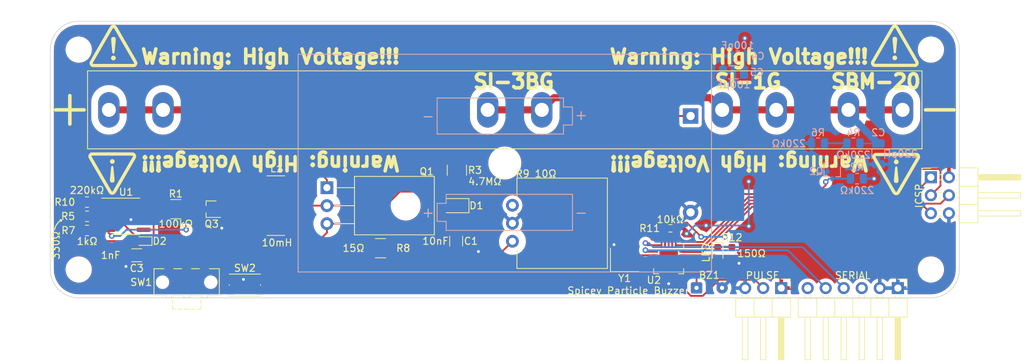
<source format=kicad_pcb>
(kicad_pcb (version 20211014) (generator pcbnew)
  (layers (0 "F.Cu" signal) (31 "B.Cu" signal) (34 "B.Paste" user) (35 "F.Paste" user) (36 "B.SilkS" user "B.Silkscreen") (37 "F.SilkS" user "F.Silkscreen") (38 "B.Mask" user) (39 "F.Mask" user) (44 "Edge.Cuts" user))
  (net 0 "")
  (net 1 "GND")
  (net 2 "Net-(C3-Pad1)")
  (net 3 "VCC")
  (net 4 "Net-(D2-Pad2)")
  (net 5 "Net-(D3-Pad1)")
  (net 6 "/PD6")
  (net 8 "/PD0")
  (net 9 "/PD1")
  (net 11 "/PB6")
  (net 12 "/PB7")
  (net 13 "/PB5")
  (net 14 "/~{RESET}")
  (net 15 "Net-(Q1-Pad1)")
  (net 16 "Net-(Q3-Pad3)")
  (net 17 "Net-(R5-Pad1)")
  (net 18 "Net-(SW2-Pad1)")
  (net 20 "/GM_PULSE")
  (net 27 "/BAT")
  (net 28 "/PIEZO")
  (net 29 "/GM_CATH")
  (net 30 "/GM-")
  (net 31 "/HV_COLLECTOR")
  (net 32 "/LED")
  (net 33 "/HV_EMMITTER")
  (net 34 "/PULSE_BASE")
  (net 35 "/GM+")
  (net 36 "/HV_R")
  (net 37 "/X2")
  (net 38 "/X1")
  (footprint "Resistor_SMD:R_1210_3225Metric" (layer "F.Cu") (at 93.668683 51.5)
    (fp_text reference "R1" (at 0 -2.16725 180) (layer "F.SilkS"))
    (fp_text value "100kΩ" (at 0 2.08275 180) (layer "F.SilkS"))
    (pad "1" smd roundrect (at -1.4625 0) (size 1.125 2.65) (layers "F.Cu" "F.Paste" "F.Mask") (roundrect_rratio 0.222222) (net 3 "VCC"))
    (pad "2" smd roundrect (at 1.4625 0) (size 1.125 2.65) (layers "F.Cu" "F.Paste" "F.Mask") (roundrect_rratio 0.222222) (net 16 "Net-(Q3-Pad3)"))
  )
  (footprint "MountingHole:MountingHole_2.7mm_M2.5" (layer "F.Cu") (at 200 60)
    (fp_text reference "H4" hide)
    (fp_text value "MountingHole" hide)
    (pad "" np_thru_hole circle (at 0 0) (size 2.7 2.7) (drill 2.7) (layers *.Cu *.Mask))
  )
  (footprint "Capacitor_SMD:C_1206_3216Metric" (layer "F.Cu") (at 88.168683 58 180)
    (fp_text reference "C3" (at 0 -1.83275 180) (layer "F.SilkS"))
    (fp_text value "1nF" (at 3.67575 0 180) (layer "F.SilkS"))
    (pad "1" smd roundrect (at -1.475 0 180) (size 1.15 1.8) (layers "F.Cu" "F.Paste" "F.Mask") (roundrect_rratio 0.217391) (net 2 "Net-(C3-Pad1)"))
    (pad "2" smd roundrect (at 1.475 0 180) (size 1.15 1.8) (layers "F.Cu" "F.Paste" "F.Mask") (roundrect_rratio 0.217391) (net 1 "GND"))
  )
  (footprint "Diode_SMD:D_SOD-523" (layer "F.Cu") (at 89.168683 56 180)
    (fp_text reference "D2" (at -2.22425 0 180) (layer "F.SilkS"))
    (fp_text value "1N4148WT" hide)
    (pad "1" smd rect (at -0.7 0) (size 0.6 0.7) (layers "F.Cu" "F.Paste" "F.Mask") (net 2 "Net-(C3-Pad1)"))
    (pad "2" smd rect (at 0.7 0) (size 0.6 0.7) (layers "F.Cu" "F.Paste" "F.Mask") (net 4 "Net-(D2-Pad2)"))
  )
  (footprint "MountingHole:MountingHole_2.7mm_M2.5" (layer "F.Cu") (at 200 29)
    (fp_text reference "H3" hide)
    (fp_text value "MountingHole" hide)
    (pad "" np_thru_hole circle (at 0 0) (size 2.7 2.7) (drill 2.7) (layers *.Cu *.Mask))
  )
  (footprint "Resistor_SMD:R_0603_1608Metric" (layer "F.Cu") (at 171.98125 57.625 -90)
    (fp_text reference "R12" (at -2.125 -0.01875 180) (layer "F.SilkS"))
    (fp_text value "150Ω" (at 0.125 -2.76875) (layer "F.SilkS"))
    (pad "1" smd roundrect (at -0.825 0 270) (size 0.8 0.95) (layers "F.Cu" "F.Paste" "F.Mask") (net 5 "Net-(D3-Pad1)"))
    (pad "2" smd roundrect (at 0.825 0 270) (size 0.8 0.95) (layers "F.Cu" "F.Paste" "F.Mask") (net 1 "GND"))
  )
  (footprint "Connector_Wire:SolderWire-0.1sqmm_1x02_P3.6mm_D0.4mm_OD1mm" (layer "F.Cu") (at 167 62.6)
    (fp_text reference "BZ1" (at 1.8 -1.8) (layer "F.SilkS"))
    (fp_text value "Spicey Particle Buzzer" (at -9.6 0.4) (layer "F.SilkS"))
    (pad "1" thru_hole roundrect (at 0 0) (size 1.6 1.6) (drill 0.6) (layers *.Cu *.Mask) (roundrect_rratio 0.15625) (net 28 "/PIEZO"))
    (pad "2" thru_hole circle (at 3.6 0) (size 1.6 1.6) (drill 0.6) (layers *.Cu *.Mask) (net 1 "GND"))
  )
  (footprint "Resistor_SMD:R_0603_1608Metric" (layer "F.Cu") (at 163.325 54.2 180)
    (fp_text reference "R11" (at 2.925 0) (layer "F.SilkS"))
    (fp_text value "10kΩ" (at 0 1.25) (layer "F.SilkS"))
    (pad "1" smd roundrect (at -0.825 0 180) (size 0.8 0.95) (layers "F.Cu" "F.Paste" "F.Mask") (net 3 "VCC"))
    (pad "2" smd roundrect (at 0.825 0 180) (size 0.8 0.95) (layers "F.Cu" "F.Paste" "F.Mask") (net 14 "/~{RESET}"))
  )
  (footprint "Package_TO_SOT_SMD:SOT-323_SC-70" (layer "F.Cu") (at 98.668683 51.5 180)
    (fp_text reference "Q3" (at -0.05 -2.08275 180) (layer "F.SilkS"))
    (fp_text value "BC816-16WF" hide)
    (pad "1" smd rect (at -1 -0.65 90) (size 0.45 0.7) (layers "F.Cu" "F.Paste" "F.Mask") (net 1 "GND") (clearance -1))
    (pad "2" smd rect (at -1 0.65 90) (size 0.45 0.7) (layers "F.Cu" "F.Paste" "F.Mask") (net 33 "/HV_EMMITTER"))
    (pad "3" smd rect (at 1 0 90) (size 0.45 0.7) (layers "F.Cu" "F.Paste" "F.Mask") (net 16 "Net-(Q3-Pad3)"))
  )
  (footprint "Button_Switch_SMD:SW_SPDT_CK-JS102011SAQN" (layer "F.Cu") (at 95.2 61.8)
    (fp_text reference "SW1" (at -6.4 0) (layer "F.SilkS"))
    (fp_text value "SW_Push_SPDT" hide)
    (pad "" np_thru_hole circle (at 3.4 0) (size 0.9 0.9) (drill 0.9) (layers *.Cu *.Mask))
    (pad "" np_thru_hole circle (at -3.4 0) (size 0.9 0.9) (drill 0.9) (layers *.Cu *.Mask))
    (pad "1" smd rect (at -2.5 -2.75) (size 1.25 2.5) (layers "F.Cu" "F.Paste" "F.Mask"))
    (pad "2" smd rect (at 0 -2.75) (size 1.25 2.5) (layers "F.Cu" "F.Paste" "F.Mask") (net 27 "/BAT"))
    (pad "3" smd rect (at 2.5 -2.75) (size 1.25 2.5) (layers "F.Cu" "F.Paste" "F.Mask") (net 3 "VCC"))
  )
  (footprint "Inductor_SMD:L_Bourns-SRN8040_8x8.15mm" (layer "F.Cu") (at 107.75 51)
    (fp_text reference "L1" (at 0.09 -5.23) (layer "F.SilkS"))
    (fp_text value "10mH" (at 0.17 5.23) (layer "F.SilkS"))
    (pad "1" smd rect (at -2.8 0) (size 2.6 8.2) (layers "F.Cu" "F.Paste" "F.Mask") (net 3 "VCC"))
    (pad "2" smd rect (at 2.8 0) (size 2.6 8.2) (layers "F.Cu" "F.Paste" "F.Mask") (net 31 "/HV_COLLECTOR"))
  )
  (footprint "Library:Geiger–Müller_tube" (layer "F.Cu") (at 118.25 37.492594 180)
    (fp_text reference "V1" hide)
    (fp_text value "Nuclear-Radiation_Detector" hide)
    (fp_text user "Warning: High Voltage!!!" (at -54.75 -7.507406 180 unlocked) (layer "F.SilkS") (effects (font (size 2 2) (thickness 0.5))))
    (fp_text user "Warning: High Voltage!!!" (at -54.75 7.492594 unlocked) (layer "F.SilkS") (effects (font (size 2 2) (thickness 0.5))))
    (fp_text user "SBM-20" (at -74 4 unlocked) (layer "F.SilkS") (effects (font (size 2 2) (thickness 0.5))))
    (fp_text user "Warning: High Voltage!!!" (at 11.25 7.492594 unlocked) (layer "F.SilkS") (effects (font (size 2 2) (thickness 0.5))))
    (fp_text user "Warning: High Voltage!!!" (at 11.25 -7.507406 180 unlocked) (layer "F.SilkS") (effects (font (size 2 2) (thickness 0.5))))
    (fp_text user "SI-3BG" (at -23 4 unlocked) (layer "F.SilkS") (effects (font (size 2 2) (thickness 0.5))))
    (fp_text user "SI-1G" (at -56 4 unlocked) (layer "F.SilkS") (effects (font (size 2 2) (thickness 0.5))))
    (pad "1" thru_hole oval (at 26.38 0 180) (size 3 5) (drill 1.98) (layers *.Cu *.Mask) (net 35 "/GM+"))
    (pad "1" thru_hole oval (at 34 0 180) (size 3 5) (drill 1.98) (layers *.Cu *.Mask) (net 35 "/GM+"))
    (pad "2" thru_hole oval (at -26.96 0 180) (size 3 5) (drill 1.98) (layers *.Cu *.Mask) (net 30 "/GM-"))
    (pad "2" thru_hole oval (at -59.98 0 180) (size 3 5) (drill 1.98) (layers *.Cu *.Mask) (net 30 "/GM-"))
    (pad "2" thru_hole oval (at -19.34 0 180) (size 3 5) (drill 1.98) (layers *.Cu *.Mask) (net 30 "/GM-"))
    (pad "2" thru_hole oval (at -52.36 0 180) (size 3 5) (drill 1.98) (layers *.Cu *.Mask) (net 30 "/GM-"))
    (pad "2" thru_hole oval (at -77.76 0 180) (size 3 5) (drill 1.98) (layers *.Cu *.Mask) (net 30 "/GM-"))
    (pad "2" thru_hole oval (at -70.14 0 180) (size 3 5) (drill 1.98) (layers *.Cu *.Mask) (net 30 "/GM-"))
  )
  (footprint "Resistor_SMD:R_1210_3225Metric" (layer "F.Cu") (at 133.25 46 90)
    (fp_text reference "R3" (at 0 2.55 180) (layer "F.SilkS"))
    (fp_text value "4.7MΩ" (at -1.6 3.95 180) (layer "F.SilkS"))
    (pad "1" smd roundrect (at -1.4625 0 90) (size 1.125 2.65) (layers "F.Cu" "F.Paste" "F.Mask") (roundrect_rratio 0.222222) (net 29 "/GM_CATH"))
    (pad "2" smd roundrect (at 1.4625 0 90) (size 1.125 2.65) (layers "F.Cu" "F.Paste" "F.Mask") (roundrect_rratio 0.222222) (net 35 "/GM+"))
  )
  (footprint "LED_SMD:LED_0603_1608Metric" (layer "F.Cu") (at 169.98125 57.625 -90)
    (fp_text reference "D3" hide)
    (fp_text value "LED" (at 0 1.65 90) (layer "F.SilkS"))
    (pad "1" smd roundrect (at -0.7875 0 270) (size 0.875 0.95) (layers "F.Cu" "F.Paste" "F.Mask") (net 5 "Net-(D3-Pad1)"))
    (pad "2" smd roundrect (at 0.7875 0 270) (size 0.875 0.95) (layers "F.Cu" "F.Paste" "F.Mask") (net 32 "/LED"))
  )
  (footprint "Resistor_SMD:R_0805_2012Metric" (layer "F.Cu") (at 81.168683 52.5 180)
    (fp_text reference "R5" (at 2.668683 0 180) (layer "F.SilkS"))
    (fp_text value "330Ω" (at 4.368683 -4.1 270) (layer "F.SilkS"))
    (pad "1" smd roundrect (at -0.9125 0 180) (size 1.025 1.4) (layers "F.Cu" "F.Paste" "F.Mask") (roundrect_rratio 0.243902) (net 17 "Net-(R5-Pad1)"))
    (pad "2" smd roundrect (at 0.9125 0 180) (size 1.025 1.4) (layers "F.Cu" "F.Paste" "F.Mask") (roundrect_rratio 0.243902) (net 15 "Net-(Q1-Pad1)"))
  )
  (footprint "Crystal:Crystal_SMD_3225-4Pin_3.2x2.5mm" (layer "F.Cu") (at 156.875 58.65)
    (fp_text reference "Y1" (at 0 2.6) (layer "F.SilkS"))
    (fp_text value "ECS-80-12-33-JGN" hide)
    (pad "1" smd rect (at -1.1 0.85) (size 1.4 1.2) (layers "F.Cu" "F.Paste" "F.Mask") (net 38 "/X1"))
    (pad "2" smd rect (at 1.1 0.85) (size 1.4 1.2) (layers "F.Cu" "F.Paste" "F.Mask") (net 1 "GND"))
    (pad "3" smd rect (at 1.1 -0.85) (size 1.4 1.2) (layers "F.Cu" "F.Paste" "F.Mask") (net 37 "/X2"))
    (pad "4" smd rect (at -1.1 -0.85) (size 1.4 1.2) (layers "F.Cu" "F.Paste" "F.Mask") (net 1 "GND"))
  )
  (footprint "Package_DFN_QFN:MLF-20-1EP_4x4mm_P0.5mm_EP2.6x2.6mm" (layer "F.Cu") (at 163.075 58.5)
    (fp_text reference "U2" (at -2.075 3) (layer "F.SilkS"))
    (fp_text value "ATtiny2313-20M" hide)
    (pad "1" smd roundrect (at -1.925 -1) (size 0.85 0.25) (layers "F.Cu" "F.Paste" "F.Mask") (net 9 "/PD1"))
    (pad "2" smd roundrect (at -1.925 -0.5) (size 0.85 0.25) (layers "F.Cu" "F.Paste" "F.Mask") (net 37 "/X2"))
    (pad "3" smd roundrect (at -1.925 0) (size 0.85 0.25) (layers "F.Cu" "F.Paste" "F.Mask") (net 38 "/X1"))
    (pad "4" smd roundrect (at -1.925 0.5) (size 0.85 0.25) (layers "F.Cu" "F.Paste" "F.Mask") (net 20 "/GM_PULSE"))
    (pad "5" smd roundrect (at -1.925 1) (size 0.85 0.25) (layers "F.Cu" "F.Paste" "F.Mask") (net 18 "Net-(SW2-Pad1)"))
    (pad "6" smd roundrect (at -1 1.925) (size 0.25 0.85) (layers "F.Cu" "F.Paste" "F.Mask"))
    (pad "7" smd roundrect (at -0.5 1.925) (size 0.25 0.85) (layers "F.Cu" "F.Paste" "F.Mask"))
    (pad "8" smd roundrect (at 0 1.925) (size 0.25 0.85) (layers "F.Cu" "F.Paste" "F.Mask") (net 1 "GND"))
    (pad "9" smd roundrect (at 0.5 1.925) (size 0.25 0.85) (layers "F.Cu" "F.Paste" "F.Mask") (net 6 "/PD6"))
    (pad "10" smd roundrect (at 1 1.925) (size 0.25 0.85) (layers "F.Cu" "F.Paste" "F.Mask"))
    (pad "11" smd roundrect (at 1.925 1) (size 0.85 0.25) (layers "F.Cu" "F.Paste" "F.Mask"))
    (pad "12" smd roundrect (at 1.925 0.5) (size 0.85 0.25) (layers "F.Cu" "F.Paste" "F.Mask") (net 28 "/PIEZO"))
    (pad "13" smd roundrect (at 1.925 0) (size 0.85 0.25) (layers "F.Cu" "F.Paste" "F.Mask"))
    (pad "14" smd roundrect (at 1.925 -0.5) (size 0.85 0.25) (layers "F.Cu" "F.Paste" "F.Mask") (net 32 "/LED"))
    (pad "15" smd roundrect (at 1.925 -1) (size 0.85 0.25) (layers "F.Cu" "F.Paste" "F.Mask") (net 13 "/PB5"))
    (pad "16" smd roundrect (at 1 -1.925) (size 0.25 0.85) (layers "F.Cu" "F.Paste" "F.Mask") (net 11 "/PB6"))
    (pad "17" smd roundrect (at 0.5 -1.925) (size 0.25 0.85) (layers "F.Cu" "F.Paste" "F.Mask") (net 12 "/PB7"))
    (pad "18" smd roundrect (at 0 -1.925) (size 0.25 0.85) (layers "F.Cu" "F.Paste" "F.Mask") (net 3 "VCC"))
    (pad "19" smd roundrect (at -0.5 -1.925) (size 0.25 0.85) (layers "F.Cu" "F.Paste" "F.Mask") (net 14 "/~{RESET}"))
    (pad "20" smd roundrect (at -1 -1.925) (size 0.25 0.85) (layers "F.Cu" "F.Paste" "F.Mask") (net 8 "/PD0"))
    (pad "21" smd rect (at 0 0) (size 2.6 2.6) (layers "F.Cu" "F.Mask") (net 1 "GND"))
  )
  (footprint "MountingHole:MountingHole_2.7mm_M2.5" (layer "F.Cu") (at 80 60)
    (fp_text reference "H2" hide)
    (fp_text value "MountingHole" hide)
    (pad "" np_thru_hole circle (at 0 0) (size 2.7 2.7) (drill 2.7) (layers *.Cu *.Mask))
  )
  (footprint "Resistor_SMD:R_0805_2012Metric" (layer "F.Cu") (at 81.168683 50.5 180)
    (fp_text reference "R10" (at 3.12575 0 180) (layer "F.SilkS"))
    (fp_text value "220kΩ" (at 0 1.66725 180) (layer "F.SilkS"))
    (pad "1" smd roundrect (at -0.9125 0 180) (size 1.025 1.4) (layers "F.Cu" "F.Paste" "F.Mask") (roundrect_rratio 0.243902) (net 2 "Net-(C3-Pad1)"))
    (pad "2" smd roundrect (at 0.9125 0 180) (size 1.025 1.4) (layers "F.Cu" "F.Paste" "F.Mask") (roundrect_rratio 0.243902) (net 1 "GND"))
  )
  (footprint "Library:D_DO-219AD" (layer "F.Cu") (at 133 51 180)
    (fp_text reference "D1" (at -3 0) (layer "F.SilkS"))
    (fp_text value "MSQ1PJHM3/H" hide)
    (pad "1" smd rect (at -0.85 0) (size 2 1.1) (layers "F.Cu" "F.Paste" "F.Mask") (net 29 "/GM_CATH"))
    (pad "2" smd rect (at 1.05 0) (size 0.8 0.8) (layers "F.Cu" "F.Paste" "F.Mask") (net 31 "/HV_COLLECTOR"))
  )
  (footprint "Potentiometer_THT:Potentiometer_Vishay_148-149_Single_Vertical" (layer "F.Cu") (at 141.075 56.025)
    (fp_text reference "R9" (at 1.425 -9.525 180) (layer "F.SilkS"))
    (fp_text value "10Ω" (at 4.675 -9.525 180) (layer "F.SilkS"))
    (pad "1" thru_hole circle (at 0 0) (size 1.8 1.8) (drill 1) (layers *.Cu *.Mask) (net 36 "/HV_R"))
    (pad "2" thru_hole circle (at 0 -2.54) (size 1.8 1.8) (drill 1) (layers *.Cu *.Mask) (net 1 "GND"))
    (pad "3" thru_hole circle (at 0 -5.08) (size 1.8 1.8) (drill 1) (layers *.Cu *.Mask))
  )
  (footprint "Connector_PinHeader_2.54mm:PinHeader_1x03_P2.54mm_Horizontal" (layer "F.Cu") (at 178.925 62.625 -90)
    (fp_text reference "PULSE" (at -1.775 2.625) (layer "F.SilkS"))
    (fp_text value "Conn_01x03" hide)
    (pad "1" thru_hole rect (at 0 0 270) (size 1.7 1.7) (drill 1) (layers *.Cu *.Mask) (net 3 "VCC"))
    (pad "2" thru_hole oval (at 0 2.54 270) (size 1.7 1.7) (drill 1) (layers *.Cu *.Mask) (net 6 "/PD6"))
    (pad "3" thru_hole oval (at 0 5.08 270) (size 1.7 1.7) (drill 1) (layers *.Cu *.Mask) (net 1 "GND"))
  )
  (footprint "Connector_PinHeader_2.54mm:PinHeader_2x03_P2.54mm_Horizontal" (layer "F.Cu") (at 200 47)
    (fp_text reference "ICSP" (at -1.65 2.625 90) (layer "F.SilkS"))
    (fp_text value "Conn_02x03_Odd_Even" hide)
    (pad "1" thru_hole rect (at 0 0) (size 1.7 1.7) (drill 1) (layers *.Cu *.Mask) (net 11 "/PB6"))
    (pad "2" thru_hole oval (at 2.54 0) (size 1.7 1.7) (drill 1) (layers *.Cu *.Mask) (net 3 "VCC"))
    (pad "3" thru_hole oval (at 0 2.54) (size 1.7 1.7) (drill 1) (layers *.Cu *.Mask) (net 12 "/PB7"))
    (pad "4" thru_hole oval (at 2.54 2.54) (size 1.7 1.7) (drill 1) (layers *.Cu *.Mask) (net 13 "/PB5"))
    (pad "5" thru_hole oval (at 0 5.08) (size 1.7 1.7) (drill 1) (layers *.Cu *.Mask) (net 14 "/~{RESET}"))
    (pad "6" thru_hole oval (at 2.54 5.08) (size 1.7 1.7) (drill 1) (layers *.Cu *.Mask) (net 1 "GND"))
  )
  (footprint "Connector_PinHeader_2.54mm:PinHeader_1x06_P2.54mm_Horizontal" (layer "F.Cu") (at 195.35 62.625 -90)
    (fp_text reference "SERIAL" (at -1.775 6.35) (layer "F.SilkS"))
    (fp_text value "Conn_01x06" hide)
    (pad "1" thru_hole rect (at 0 0 270) (size 1.7 1.7) (drill 1) (layers *.Cu *.Mask) (net 1 "GND"))
    (pad "2" thru_hole oval (at 0 2.54 270) (size 1.7 1.7) (drill 1) (layers *.Cu *.Mask) (net 1 "GND"))
    (pad "3" thru_hole oval (at 0 5.08 270) (size 1.7 1.7) (drill 1) (layers *.Cu *.Mask))
    (pad "4" thru_hole oval (at 0 7.62 270) (size 1.7 1.7) (drill 1) (layers *.Cu *.Mask) (net 8 "/PD0"))
    (pad "5" thru_hole oval (at 0 10.16 270) (size 1.7 1.7) (drill 1) (layers *.Cu *.Mask) (net 9 "/PD1"))
    (pad "6" thru_hole oval (at 0 12.7 270) (size 1.7 1.7) (drill 1) (layers *.Cu *.Mask))
  )
  (footprint "MountingHole:MountingHole_2.7mm_M2.5" (layer "F.Cu") (at 80 29)
    (fp_text reference "H1" hide)
    (fp_text value "MountingHole" hide)
    (pad "" np_thru_hole circle (at 0 0) (size 2.7 2.7) (drill 2.7) (layers *.Cu *.Mask))
  )
  (footprint "Capacitor_SMD:C_1206_3216Metric" (layer "F.Cu") (at 133.15 56 -90)
    (fp_text reference "C1" (at 0 -2.0825 180) (layer "F.SilkS"))
    (fp_text value "10nF" (at 0 2.9175 180) (layer "F.SilkS"))
    (pad "1" smd roundrect (at -1.475 0 270) (size 1.15 1.8) (layers "F.Cu" "F.Paste" "F.Mask") (roundrect_rratio 0.217391) (net 29 "/GM_CATH"))
    (pad "2" smd roundrect (at 1.475 0 270) (size 1.15 1.8) (layers "F.Cu" "F.Paste" "F.Mask") (roundrect_rratio 0.217391) (net 1 "GND"))
  )
  (footprint "Resistor_SMD:R_0805_2012Metric" (layer "F.Cu") (at 81.168683 54.5)
    (fp_text reference "R7" (at -2.62575 0 180) (layer "F.SilkS"))
    (fp_text value "1kΩ" (at 0.02425 1.53275 180) (layer "F.SilkS"))
    (pad "1" smd roundrect (at -0.9125 0) (size 1.025 1.4) (layers "F.Cu" "F.Paste" "F.Mask") (roundrect_rratio 0.243902) (net 17 "Net-(R5-Pad1)"))
    (pad "2" smd roundrect (at 0.9125 0) (size 1.025 1.4) (layers "F.Cu" "F.Paste" "F.Mask") (roundrect_rratio 0.243902) (net 4 "Net-(D2-Pad2)"))
  )
  (footprint "Package_TO_SOT_THT:TO-126-3_Horizontal_TabDown" (layer "F.Cu") (at 114.95 48.46 -90)
    (fp_text reference "Q1" (at -2.26 -14.05 180) (layer "F.SilkS"))
    (fp_text value "KSE13003H2ASTU" hide)
    (pad "" np_thru_hole oval (at 2.54 -11.1 270) (size 3.2 3.2) (drill 3.2) (layers *.Cu *.Mask))
    (pad "1" thru_hole rect (at 0 0 270) (size 1.8 1.8) (drill 1) (layers *.Cu *.Mask) (net 15 "Net-(Q1-Pad1)"))
    (pad "2" thru_hole oval (at 2.54 0 270) (size 1.8 1.8) (drill 1) (layers *.Cu *.Mask) (net 31 "/HV_COLLECTOR"))
    (pad "3" thru_hole oval (at 5.08 0 270) (size 1.8 1.8) (drill 1) (layers *.Cu *.Mask) (net 33 "/HV_EMMITTER"))
  )
  (footprint "Button_Switch_SMD:SW_Push_1P1T_NO_CK_KMR2" (layer "F.Cu") (at 103.4 62.2 180)
    (fp_text reference "SW2" (at 0 2.4 180) (layer "F.SilkS"))
    (fp_text value "SW_Push" hide)
    (pad "1" smd rect (at -2.05 -0.8 180) (size 0.9 1) (layers "F.Cu" "F.Paste" "F.Mask") (net 18 "Net-(SW2-Pad1)"))
    (pad "1" smd rect (at 2.05 -0.8 180) (size 0.9 1) (layers "F.Cu" "F.Paste" "F.Mask") (net 18 "Net-(SW2-Pad1)"))
    (pad "2" smd rect (at -2.05 0.8 180) (size 0.9 1) (layers "F.Cu" "F.Paste" "F.Mask") (net 1 "GND"))
    (pad "2" smd rect (at 2.05 0.8 180) (size 0.9 1) (layers "F.Cu" "F.Paste" "F.Mask") (net 1 "GND"))
  )
  (footprint "Resistor_SMD:R_1210_3225Metric" (layer "F.Cu") (at 122.5 57)
    (fp_text reference "R8" (at 3.2 0) (layer "F.SilkS"))
    (fp_text value "15Ω" (at -3.8 0) (layer "F.SilkS"))
    (pad "1" smd roundrect (at -1.4625 0) (size 1.125 2.65) (layers "F.Cu" "F.Paste" "F.Mask") (roundrect_rratio 0.222222) (net 33 "/HV_EMMITTER"))
    (pad "2" smd roundrect (at 1.4625 0) (size 1.125 2.65) (layers "F.Cu" "F.Paste" "F.Mask") (roundrect_rratio 0.222222) (net 36 "/HV_R"))
  )
  (footprint "Package_SO:SOIC-8_3.9x4.9mm_P1.27mm" (layer "F.Cu") (at 86.668683 52.5)
    (fp_text reference "U1" (at 0 -3.41725 180) (layer "F.SilkS"))
    (fp_text value "TLC555xD" hide)
    (pad "1" smd roundrect (at -2.475 -1.905) (size 1.95 0.6) (layers "F.Cu" "F.Paste" "F.Mask") (net 1 "GND"))
    (pad "2" smd roundrect (at -2.475 -0.635) (size 1.95 0.6) (layers "F.Cu" "F.Paste" "F.Mask") (net 2 "Net-(C3-Pad1)"))
    (pad "3" smd roundrect (at -2.475 0.635) (size 1.95 0.6) (layers "F.Cu" "F.Paste" "F.Mask") (net 17 "Net-(R5-Pad1)"))
    (pad "4" smd roundrect (at -2.475 1.905) (size 1.95 0.6) (layers "F.Cu" "F.Paste" "F.Mask") (net 16 "Net-(Q3-Pad3)"))
    (pad "5" smd roundrect (at 2.475 1.905) (size 1.95 0.6) (layers "F.Cu" "F.Paste" "F.Mask"))
    (pad "6" smd roundrect (at 2.475 0.635) (size 1.95 0.6) (layers "F.Cu" "F.Paste" "F.Mask") (net 1 "GND"))
    (pad "7" smd roundrect (at 2.475 -0.635) (size 1.95 0.6) (layers "F.Cu" "F.Paste" "F.Mask") (net 15 "Net-(Q1-Pad1)"))
    (pad "8" smd roundrect (at 2.475 -1.905) (size 1.95 0.6) (layers "F.Cu" "F.Paste" "F.Mask") (net 3 "VCC"))
  )
  (footprint "Resistor_SMD:R_0805_2012Metric" (layer "B.Cu") (at 189.6 47.2 180)
    (fp_text reference "R2" (at 0 1.65) (layer "B.SilkS") (effects (justify mirror)))
    (fp_text value "220kΩ" (at 0 -1.65) (layer "B.SilkS") (effects (justify mirror)))
    (pad "1" smd roundrect (at -0.9125 0 180) (size 1.025 1.4) (layers "B.Cu" "B.Paste" "B.Mask") (roundrect_rratio 0.243902) (net 3 "VCC"))
    (pad "2" smd roundrect (at 0.9125 0 180) (size 1.025 1.4) (layers "B.Cu" "B.Paste" "B.Mask") (roundrect_rratio 0.243902) (net 20 "/GM_PULSE"))
  )
  (footprint "Package_TO_SOT_SMD:SOT-323_SC-70" (layer "B.Cu") (at 186.1 46.2 -90)
    (fp_text reference "Q2" (at -0.05 2.25) (layer "B.SilkS") (effects (justify mirror)))
    (fp_text value "BC816-16WF" hide)
    (pad "1" smd rect (at -1 0.65) (size 0.45 0.7) (layers "B.Cu" "B.Paste" "B.Mask") (net 1 "GND"))
    (pad "2" smd rect (at -1 -0.65) (size 0.45 0.7) (layers "B.Cu" "B.Paste" "B.Mask") (net 34 "/PULSE_BASE"))
    (pad "3" smd rect (at 1 0) (size 0.45 0.7) (layers "B.Cu" "B.Paste" "B.Mask") (net 20 "/GM_PULSE"))
  )
  (footprint "Resistor_SMD:R_0805_2012Metric" (layer "B.Cu") (at 189.1 42.2 180)
    (fp_text reference "R4" (at 0 1.5) (layer "B.SilkS") (effects (justify mirror)))
    (fp_text value "220kΩ" (at 0 -1.65) (layer "B.SilkS") (effects (justify mirror)))
    (pad "1" smd roundrect (at -0.9125 0 180) (size 1.025 1.4) (layers "B.Cu" "B.Paste" "B.Mask") (roundrect_rratio 0.243902) (net 30 "/GM-"))
    (pad "2" smd roundrect (at 0.9125 0 180) (size 1.025 1.4) (layers "B.Cu" "B.Paste" "B.Mask") (roundrect_rratio 0.243902) (net 34 "/PULSE_BASE"))
  )
  (footprint "Capacitor_SMD:C_0805_2012Metric" (layer "B.Cu") (at 172.8 29.93125 180)
    (fp_text reference "C4" (at -2.8 0.0125) (layer "B.SilkS") (effects (justify mirror)))
    (fp_text value "100nF" (at 0 1.5125) (layer "B.SilkS") (effects (justify mirror)))
    (pad "1" smd roundrect (at -0.95 0 180) (size 1 1.45) (layers "B.Cu" "B.Paste" "B.Mask") (net 3 "VCC"))
    (pad "2" smd roundrect (at 0.95 0 180) (size 1 1.45) (layers "B.Cu" "B.Paste" "B.Mask") (net 1 "GND"))
  )
  (footprint "Capacitor_SMD:C_1206_3216Metric" (layer "B.Cu") (at 192.6 43.7 -90)
    (fp_text reference "C2" (at -3 0) (layer "B.SilkS") (effects (justify mirror)))
    (fp_text value "220pF" (at 0 -3.25) (layer "B.SilkS") (effects (justify mirror)))
    (pad "1" smd roundrect (at -1.475 0 270) (size 1.15 1.8) (layers "B.Cu" "B.Paste" "B.Mask") (roundrect_rratio 0.217391) (net 30 "/GM-"))
    (pad "2" smd roundrect (at 1.475 0 270) (size 1.15 1.8) (layers "B.Cu" "B.Paste" "B.Mask") (roundrect_rratio 0.217391) (net 1 "GND"))
  )
  (footprint "Battery:BatteryHolder_MPD_BC2AAPC_2xAA" (layer "B.Cu") (at 166.16 38.36 180)
    (fp_text reference "BT1" hide)
    (fp_text value "Battery" hide)
    (fp_text user "+" (at 36.955 -13.59) (layer "B.SilkS") (effects (font (size 1.5 1.5)) (justify mirror)))
    (fp_text user "+" (at 15.41 0.16) (layer "B.SilkS") (effects (font (size 1.5 1.5)) (justify mirror)))
    (fp_text user "-" (at 15.41 -13.59) (layer "B.SilkS") (effects (font (size 1.5 1.5)) (justify mirror)))
    (fp_text user "-" (at 36.955 0) (layer "B.SilkS") (effects (font (size 1.5 1.5)) (justify mirror)))
    (pad "" np_thru_hole circle (at 26.16 -6.63 180) (size 3.65 3.65) (drill 3.65) (layers *.Cu *.Mask))
    (pad "1" thru_hole rect (at 0 0 180) (size 2.17 2.17) (drill 1.17) (layers *.Cu *.Mask) (net 27 "/BAT"))
    (pad "2" thru_hole circle (at 0 -13.59 180) (size 2.17 2.17) (drill 1.17) (layers *.Cu *.Mask) (net 1 "GND"))
  )
  (footprint "Resistor_SMD:R_0805_2012Metric" (layer "B.Cu") (at 184.1 42.2 180)
    (fp_text reference "R6" (at 0 1.5) (layer "B.SilkS") (effects (justify mirror)))
    (fp_text value "220kΩ" (at 4.1 -0.05) (layer "B.SilkS") (effects (justify mirror)))
    (pad "1" smd roundrect (at -0.9125 0 180) (size 1.025 1.4) (layers "B.Cu" "B.Paste" "B.Mask") (roundrect_rratio 0.243902) (net 34 "/PULSE_BASE"))
    (pad "2" smd roundrect (at 0.9125 0 180) (size 1.025 1.4) (layers "B.Cu" "B.Paste" "B.Mask") (roundrect_rratio 0.243902) (net 1 "GND"))
  )
  (footprint "Capacitor_SMD:C_1206_3216Metric" (layer "B.Cu") (at 172.2 32.2 180)
    (fp_text reference "C5" (at -3.3 0.0125) (layer "B.SilkS") (effects (justify mirror)))
    (fp_text value "100μF" (at 0 -1.7375) (layer "B.SilkS") (effects (justify mirror)))
    (pad "1" smd roundrect (at -1.475 0 180) (size 1.15 1.8) (layers "B.Cu" "B.Paste" "B.Mask") (roundrect_rratio 0.217391) (net 3 "VCC"))
    (pad "2" smd roundrect (at 1.475 0 180) (size 1.15 1.8) (layers "B.Cu" "B.Paste" "B.Mask") (roundrect_rratio 0.217391) (net 1 "GND"))
  )
  (gr_line (start 77.559964 53) (end 77.568683 53.2) (layer "F.SilkS") (width 0.15))
  (gr_line (start 77.368683 53) (end 77.568683 53.2) (layer "F.SilkS") (width 0.15))
  (gr_arc (start 76.6 54.4) (mid 76.897912 53.658835) (end 77.468683 53.1) (layer "F.SilkS") (width 0.15))
  (gr_line (start 77.559964 53) (end 77.368683 53) (layer "F.SilkS") (width 0.15))
  (gr_line (start 200 64) (end 80 64) (layer "Edge.Cuts") (width 0.1))
  (gr_arc (start 204 60) (mid 202.828427 62.828427) (end 200 64) (layer "Edge.Cuts") (width 0.1))
  (gr_line (start 204 60) (end 204 29) (layer "Edge.Cuts") (width 0.1))
  (gr_arc (start 76 29) (mid 77.171573 26.171573) (end 80 25) (layer "Edge.Cuts") (width 0.1))
  (gr_line (start 76 29) (end 76 60) (layer "Edge.Cuts") (width 0.1))
  (gr_line (start 80 25) (end 200 25) (layer "Edge.Cuts") (width 0.1))
  (gr_arc (start 200 25) (mid 202.828427 26.171573) (end 204 29) (layer "Edge.Cuts") (width 0.1))
  (gr_arc (start 80 64) (mid 77.171573 62.828427) (end 76 60) (layer "Edge.Cuts") (width 0.1))
  (segment (start 86.693683 59.5275) (end 86.651183 59.57) (width 0.25) (layer "F.Cu") (net 1))
  (segment (start 136.2775 57.475) (end 136.2825 57.47) (width 0.25) (layer "F.Cu") (net 1))
  (segment (start 157.724022 59.5) (end 156.024022 57.8) (width 0.25) (layer "F.Cu") (net 1))
  (segment (start 105.45 61.4) (end 103.2 61.4) (width 0.25) (layer "F.Cu") (net 1))
  (segment (start 81.280703 49.47548) (end 83.074163 49.47548) (width 0.25) (layer "F.Cu") (net 1))
  (segment (start 171.98125 58.45) (end 172.30625 58.45) (width 0.25) (layer "F.Cu") (net 1))
  (segment (start 157.975 59.5) (end 157.724022 59.5) (width 0.25) (layer "F.Cu") (net 1))
  (segment (start 86.693683 58) (end 86.693683 59.5275) (width 0.25) (layer "F.Cu") (net 1))
  (segment (start 156.024022 57.8) (end 155.775 57.8) (width 0.25) (layer "F.Cu") (net 1))
  (segment (start 101.35 61.4) (end 103.2 61.4) (width 0.25) (layer "F.Cu") (net 1))
  (segment (start 80.256183 50.5) (end 81.280703 49.47548) (width 0.25) (layer "F.Cu") (net 1))
  (segment (start 83.074163 49.47548) (end 84.193683 50.595) (width 0.25) (layer "F.Cu") (net 1))
  (segment (start 100.151183 54.17) (end 100.151183 52.97) (width 0.2) (layer "F.Cu") (net 1))
  (segment (start 89.143683 53.135) (end 87.516183 53.135) (width 0.25) (layer "F.Cu") (net 1))
  (segment (start 172.30625 58.45) (end 172.98125 59.125) (width 0.25) (layer "F.Cu") (net 1))
  (segment (start 87.516183 53.135) (end 87.351183 52.97) (width 0.25) (layer "F.Cu") (net 1))
  (segment (start 163.075 60.425) (end 163.075 62) (width 0.25) (layer "F.Cu") (net 1))
  (segment (start 100.151183 52.97) (end 99.751183 52.17) (width 0.2) (layer "F.Cu") (net 1))
  (segment (start 155.775 56.9) (end 155.375 56.5) (width 0.25) (layer "F.Cu") (net 1))
  (segment (start 84.976183 50.595) (end 87.351183 52.97) (width 0.25) (layer "F.Cu") (net 1))
  (segment (start 84.193683 50.595) (end 84.976183 50.595) (width 0.25) (layer "F.Cu") (net 1))
  (segment (start 155.775 57.8) (end 155.775 56.9) (width 0.25) (layer "F.Cu") (net 1))
  (segment (start 163.075 60.425) (end 163.075 58.5) (width 0.25) (layer "F.Cu") (net 1))
  (segment (start 133.15 57.475) (end 136.2775 57.475) (width 0.25) (layer "F.Cu") (net 1))
  (via (at 103.2 61.4) (size 0.8) (drill 0.4) (layers "F.Cu" "B.Cu") (net 1))
  (via (at 87.351183 52.97) (size 0.8) (drill 0.4) (layers "F.Cu" "B.Cu") (net 1))
  (via (at 136.2825 57.47) (size 0.8) (drill 0.4) (layers "F.Cu" "B.Cu") (net 1))
  (via (at 155.375 56.5) (size 0.8) (drill 0.4) (layers "F.Cu" "B.Cu") (net 1))
  (via (at 100.151183 54.17) (size 0.8) (drill 0.4) (layers "F.Cu" "B.Cu") (net 1))
  (via (at 163.075 62) (size 0.8) (drill 0.4) (layers "F.Cu" "B.Cu") (net 1))
  (via (at 172.98125 59.125) (size 0.8) (drill 0.4) (layers "F.Cu" "B.Cu") (net 1))
  (via (at 86.651183 59.57) (size 0.8) (drill 0.4) (layers "F.Cu" "B.Cu") (net 1))
  (segment (start 185.356136 45.2) (end 185.400489 45.2) (width 0.25) (layer "B.Cu") (net 1))
  (segment (start 89.194172 55.325489) (end 89.868683 56) (width 0.25) (layer "F.Cu") (net 2))
  (segment (start 84.193683 51.865) (end 84.569755 51.865) (width 0.25) (layer "F.Cu") (net 2))
  (segment (start 89.643683 58) (end 89.643683 56.225) (width 0.25) (layer "F.Cu") (net 2))
  (segment (start 89.643683 56.225) (end 89.868683 56) (width 0.25) (layer "F.Cu") (net 2))
  (segment (start 84.569755 51.865) (end 88.030244 55.325489) (width 0.25) (layer "F.Cu") (net 2))
  (segment (start 88.030244 55.325489) (end 89.194172 55.325489) (width 0.25) (layer "F.Cu") (net 2))
  (segment (start 82.081183 50.5) (end 83.446183 51.865) (width 0.25) (layer "F.Cu") (net 2))
  (segment (start 83.446183 51.865) (end 84.193683 51.865) (width 0.25) (layer "F.Cu") (net 2))
  (segment (start 163.075 56.575) (end 163.075 55.275) (width 0.25) (layer "F.Cu") (net 3))
  (segment (start 163.075 55.275) (end 164.15 54.2) (width 0.25) (layer "F.Cu") (net 3))
  (segment (start 164.15 53.9) (end 164.275 53.9) (width 0.25) (layer "F.Cu") (net 3))
  (via (at 174.35 53.9) (size 0.8) (drill 0.4) (layers "F.Cu" "B.Cu") (net 3))
  (via (at 165.6 54.95) (size 0.8) (drill 0.4) (layers "F.Cu" "B.Cu") (net 3))
  (via (at 173.8 27.4) (size 0.8) (drill 0.4) (layers "F.Cu" "B.Cu") (net 3))
  (via (at 192 47.2) (size 0.8) (drill 0.4) (layers "F.Cu" "B.Cu") (net 3))
  (via (at 168.35 53.8) (size 0.8) (drill 0.4) (layers "F.Cu" "B.Cu") (net 3))
  (via (at 174.35 47.6) (size 0.8) (drill 0.4) (layers "F.Cu" "B.Cu") (net 3))
  (segment (start 190.5125 47.2) (end 192 47.2) (width 0.25) (layer "B.Cu") (net 3))
  (segment (start 174.35 53.9) (end 174.35 47.6) (width 0.25) (layer "B.Cu") (net 3))
  (segment (start 165.6 54.95) (end 166.75 53.8) (width 0.25) (layer "B.Cu") (net 3))
  (segment (start 173.75 29.93125) (end 173.75 32.125) (width 0.25) (layer "B.Cu") (net 3))
  (segment (start 173.75 29.93125) (end 173.8 29.88125) (width 0.25) (layer "B.Cu") (net 3))
  (segment (start 173.75 32.125) (end 173.675 32.2) (width 0.25) (layer "B.Cu") (net 3))
  (segment (start 173.8 29.88125) (end 173.8 27.4) (width 0.25) (layer "B.Cu") (net 3))
  (segment (start 166.75 53.8) (end 168.35 53.8) (width 0.25) (layer "B.Cu") (net 3))
  (segment (start 174.25 53.8) (end 174.35 53.9) (width 0.25) (layer "B.Cu") (net 3))
  (segment (start 168.35 53.8) (end 174.25 53.8) (width 0.25) (layer "B.Cu") (net 3))
  (segment (start 82.081183 54.5) (end 83.581183 56) (width 0.25) (layer "F.Cu") (net 4))
  (segment (start 83.581183 56) (end 88.468683 56) (width 0.25) (layer "F.Cu") (net 4))
  (segment (start 171.98125 56.8) (end 170.01875 56.8) (width 0.25) (layer "F.Cu") (net 5))
  (segment (start 170.01875 56.8) (end 169.98125 56.8375) (width 0.25) (layer "F.Cu") (net 5))
  (segment (start 163.575 61.087493) (end 166.212027 63.72452) (width 0.25) (layer "F.Cu") (net 6))
  (segment (start 170.149511 61.450489) (end 175.210489 61.450489) (width 0.25) (layer "F.Cu") (net 6))
  (segment (start 167.87548 63.72452) (end 170.149511 61.450489) (width 0.25) (layer "F.Cu") (net 6))
  (segment (start 175.210489 61.450489) (end 176.385 62.625) (width 0.25) (layer "F.Cu") (net 6))
  (segment (start 163.575 60.425) (end 163.575 61.087493) (width 0.25) (layer "F.Cu") (net 6))
  (segment (start 166.212027 63.72452) (end 167.87548 63.72452) (width 0.25) (layer "F.Cu") (net 6))
  (segment (start 160.099003 56.575) (end 159.8 56.275997) (width 0.25) (layer "F.Cu") (net 8))
  (segment (start 162.075 56.575) (end 160.099003 56.575) (width 0.25) (layer "F.Cu") (net 8))
  (via (at 159.8 56.275997) (size 0.8) (drill 0.4) (layers "F.Cu" "B.Cu") (net 8))
  (segment (start 160.9 56.85048) (end 181.95548 56.85048) (width 0.25) (layer "B.Cu") (net 8))
  (segment (start 160.325517 56.275997) (end 160.9 56.85048) (width 0.25) (layer "B.Cu") (net 8))
  (segment (start 159.8 56.275997) (end 160.325517 56.275997) (width 0.25) (layer "B.Cu") (net 8))
  (segment (start 181.95548 56.85048) (end 187.73 62.625) (width 0.25) (layer "B.Cu") (net 8))
  (segment (start 160.0245 57.5) (end 159.8 57.2755) (width 0.25) (layer "F.Cu") (net 9))
  (segment (start 161.15 57.5) (end 160.0245 57.5) (width 0.25) (layer "F.Cu") (net 9))
  (via (at 159.8 57.2755) (size 0.8) (drill 0.4) (layers "F.Cu" "B.Cu") (net 9))
  (segment (start 179.865 57.3) (end 185.19 62.625) (width 0.25) (layer "B.Cu") (net 9))
  (segment (start 159.8 57.2755) (end 159.8245 57.3) (width 0.25) (layer "B.Cu") (net 9))
  (segment (start 159.8245 57.3) (end 179.865 57.3) (width 0.25) (layer "B.Cu") (net 9))
  (segment (start 174.449292 50.264991) (end 196.735009 50.264991) (width 0.25) (layer "F.Cu") (net 11))
  (segment (start 168.139282 56.575) (end 174.449292 50.264991) (width 0.25) (layer "F.Cu") (net 11))
  (segment (start 196.735009 50.264991) (end 200 47) (width 0.25) (layer "F.Cu") (net 11))
  (segment (start 164.075 56.575) (end 168.139282 56.575) (width 0.25) (layer "F.Cu") (net 11))
  (segment (start 163.575 56.575) (end 163.575 56.102672) (width 0.25) (layer "F.Cu") (net 12))
  (segment (start 174.263095 49.815471) (end 194.684529 49.815471) (width 0.25) (layer "F.Cu") (net 12))
  (segment (start 201.125489 45.825489) (end 201.35 46.05) (width 0.25) (layer "F.Cu") (net 12))
  (segment (start 164.6 55.75) (end 164.97548 56.12548) (width 0.25) (layer "F.Cu") (net 12))
  (segment (start 163.927672 55.75) (end 164.6 55.75) (width 0.25) (layer "F.Cu") (net 12))
  (segment (start 198.674511 45.825489) (end 201.125489 45.825489) (width 0.25) (layer "F.Cu") (net 12))
  (segment (start 201.35 48.19) (end 200 49.54) (width 0.25) (layer "F.Cu") (net 12))
  (segment (start 163.575 56.102672) (end 163.927672 55.75) (width 0.25) (layer "F.Cu") (net 12))
  (segment (start 194.684529 49.815471) (end 198.674511 45.825489) (width 0.25) (layer "F.Cu") (net 12))
  (segment (start 167.953084 56.12548) (end 174.263095 49.815471) (width 0.25) (layer "F.Cu") (net 12))
  (segment (start 201.35 46.05) (end 201.35 48.19) (width 0.25) (layer "F.Cu") (net 12))
  (segment (start 164.97548 56.12548) (end 167.953084 56.12548) (width 0.25) (layer "F.Cu") (net 12))
  (segment (start 165.05048 57.55048) (end 167.79952 57.55048) (width 0.25) (layer "F.Cu") (net 13))
  (segment (start 201.365489 50.714511) (end 202.54 49.54) (width 0.25) (layer "F.Cu") (net 13))
  (segment (start 165 57.5) (end 165.05048 57.55048) (width 0.25) (layer "F.Cu") (net 13))
  (segment (start 167.79952 57.55048) (end 174.635489 50.714511) (width 0.25) (layer "F.Cu") (net 13))
  (segment (start 174.635489 50.714511) (end 201.365489 50.714511) (width 0.25) (layer "F.Cu") (net 13))
  (segment (start 162.575 54.275) (end 162.5 54.2) (width 0.25) (layer "F.Cu") (net 14))
  (segment (start 165.651003 53.4) (end 167.651983 55.40098) (width 0.25) (layer "F.Cu") (net 14))
  (segment (start 162.5 54.2) (end 163.3 53.4) (width 0.25) (layer "F.Cu") (net 14))
  (segment (start 162.575 53.975) (end 162.5 53.9) (width 0.25) (layer "F.Cu") (net 14))
  (segment (start 174.821687 51.164031) (end 199.084031 51.164031) (width 0.25) (layer "F.Cu") (net 14))
  (segment (start 170.987299 54.998419) (end 174.821687 51.164031) (width 0.25) (layer "F.Cu") (net 14))
  (segment (start 170.987299 55.387299) (end 170.987299 54.998419) (width 0.25) (layer "F.Cu") (net 14))
  (segment (start 199.084031 51.164031) (end 200 52.08) (width 0.25) (layer "F.Cu") (net 14))
  (segment (start 162.575 56.575) (end 162.575 54.275) (width 0.25) (layer "F.Cu") (net 14))
  (segment (start 163.3 53.4) (end 165.651003 53.4) (width 0.25) (layer "F.Cu") (net 14))
  (via (at 170.987299 55.387299) (size 0.8) (drill 0.4) (layers "F.Cu" "B.Cu") (net 14))
  (via (at 167.651983 55.40098) (size 0.8) (drill 0.4) (layers "F.Cu" "B.Cu") (net 14))
  (segment (start 167.651983 55.40098) (end 167.665664 55.387299) (width 0.25) (layer "B.Cu") (net 14))
  (segment (start 167.665664 55.387299) (end 170.987299 55.387299) (width 0.25) (layer "B.Cu") (net 14))
  (segment (start 82.5 55.8) (end 85.728284 59.028284) (width 0.25) (layer "F.Cu") (net 15))
  (segment (start 89.143683 51.865) (end 88.767611 51.865) (width 0.25) (layer "F.Cu") (net 15))
  (segment (start 85.728284 59.671716) (end 86.35108 60.294511) (width 0.25) (layer "F.Cu") (net 15))
  (segment (start 86.38345 51.366549) (end 86.38345 47.21655) (width 0.25) (layer "F.Cu") (net 15))
  (segment (start 86.35108 60.294511) (end 89.226673 60.294511) (width 0.25) (layer "F.Cu") (net 15))
  (segment (start 111.95 44.35) (end 114.95 47.35) (width 0.25) (layer "F.Cu") (net 15))
  (segment (start 90.551183 58.970001) (end 90.551183 52.896428) (width 0.25) (layer "F.Cu") (net 15))
  (segment (start 89.226673 60.294511) (end 90.551183 58.970001) (width 0.25) (layer "F.Cu") (net 15))
  (segment (start 80.256183 52.5) (end 79.419163 53.33702) (width 0.25) (layer "F.Cu") (net 15))
  (segment (start 86.38345 47.21655) (end 89.25 44.35) (width 0.25) (layer "F.Cu") (net 15))
  (segment (start 85.728284 59.028284) (end 85.728284 59.671716) (width 0.25) (layer "F.Cu") (net 15))
  (segment (start 89.143683 51.865) (end 88.908683 52.1) (width 0.25) (layer "F.Cu") (net 15))
  (segment (start 90.551183 52.896428) (end 89.519755 51.865) (width 0.25) (layer "F.Cu") (net 15))
  (segment (start 89.519755 51.865) (end 89.143683 51.865) (width 0.25) (layer "F.Cu") (net 15))
  (segment (start 87.116901 52.1) (end 86.38345 51.366549) (width 0.25) (layer "F.Cu") (net 15))
  (segment (start 79.419163 55.23798) (end 79.981183 55.8) (width 0.25) (layer "F.Cu") (net 15))
  (segment (start 79.419163 53.33702) (end 79.419163 55.23798) (width 0.25) (layer "F.Cu") (net 15))
  (segment (start 114.95 47.35) (end 114.95 48.46) (width 0.25) (layer "F.Cu") (net 15))
  (segment (start 89.25 44.35) (end 111.95 44.35) (width 0.25) (layer "F.Cu") (net 15))
  (segment (start 88.908683 52.1) (end 87.116901 52.1) (width 0.25) (layer "F.Cu") (net 15))
  (segment (start 79.981183 55.8) (end 82.5 55.8) (width 0.25) (layer "F.Cu") (net 15))
  (segment (start 95.131183 54.39) (end 95.131183 51.5) (width 0.25) (layer "F.Cu") (net 16))
  (segment (start 84.193683 54.405) (end 84.193683 54.818) (width 0.25) (layer "F.Cu") (net 16))
  (segment (start 84.193683 54.818) (end 84.651183 55.2755) (width 0.25) (layer "F.Cu") (net 16))
  (segment (start 95.131183 51.5) (end 97.668683 51.5) (width 0.25) (layer "F.Cu") (net 16))
  (via (at 84.651183 55.2755) (size 0.8) (drill 0.4) (layers "F.Cu" "B.Cu") (net 16))
  (via (at 95.131183 54.39) (size 0.8) (drill 0.4) (layers "F.Cu" "B.Cu") (net 16))
  (segment (start 85.850183 55.2755) (end 86.735683 54.39) (width 0.25) (layer "B.Cu") (net 16))
  (segment (start 84.651183 55.2755) (end 85.850183 55.2755) (width 0.25) (layer "B.Cu") (net 16))
  (segment (start 86.735683 54.39) (end 95.131183 54.39) (width 0.25) (layer "B.Cu") (net 16))
  (segment (start 84.193683 53.135) (end 82.716183 53.135) (width 0.25) (layer "F.Cu") (net 17))
  (segment (start 80.256183 54.325) (end 80.256183 54.5) (width 0.25) (layer "F.Cu") (net 17))
  (segment (start 82.716183 53.135) (end 82.081183 52.5) (width 0.25) (layer "F.Cu") (net 17))
  (segment (start 82.081183 52.5) (end 80.256183 54.325) (width 0.25) (layer "F.Cu") (net 17))
  (segment (start 105.45 63) (end 157.695457 63) (width 0.25) (layer "F.Cu") (net 18))
  (segment (start 157.695457 63) (end 160.104879 60.590578) (width 0.25) (layer "F.Cu") (net 18))
  (segment (start 160.104879 60.041557) (end 160.646436 59.5) (width 0.25) (layer "F.Cu") (net 18))
  (segment (start 105.45 63) (end 101.35 63) (width 0.25) (layer "F.Cu") (net 18))
  (segment (start 160.104879 60.590578) (end 160.104879 60.041557) (width 0.25) (layer "F.Cu") (net 18))
  (segment (start 160.646436 59.5) (end 161.15 59.5) (width 0.25) (layer "F.Cu") (net 18))
  (segment (start 154 60.15) (end 154 56.5) (width 0.25) (layer "F.Cu") (net 20))
  (segment (start 161.15 59) (end 160.510718 59) (width 0.25) (layer "F.Cu") (net 20))
  (segment (start 185.2 48.1) (end 183.934049 49.365951) (width 0.25) (layer "F.Cu") (net 20))
  (segment (start 178.75 49.365951) (end 182.95 49.365951) (width 0.25) (layer "F.Cu") (net 20))
  (segment (start 183.934049 49.365951) (end 182.5 49.365951) (width 0.25) (layer "F.Cu") (net 20))
  (segment (start 160.510718 59) (end 159.655359 59.855359) (width 0.25) (layer "F.Cu") (net 20))
  (segment (start 157.65 52.85) (end 161.134049 49.365951) (width 0.25) (layer "F.Cu") (net 20))
  (segment (start 161.134049 49.365951) (end 178.75 49.365951) (width 0.25) (layer "F.Cu") (net 20))
  (segment (start 159.110219 60.94952) (end 157.85 60.94952) (width 0.25) (layer "F.Cu") (net 20))
  (segment (start 154 56.5) (end 157.65 52.85) (width 0.25) (layer "F.Cu") (net 20))
  (segment (start 157.85 60.94952) (end 154.79952 60.94952) (width 0.25) (layer "F.Cu") (net 20))
  (segment (start 159.655359 60.40438) (end 159.110219 60.94952) (width 0.25) (layer "F.Cu") (net 20))
  (segment (start 154.79952 60.94952) (end 154 60.15) (width 0.25) (layer "F.Cu") (net 20))
  (segment (start 159.655359 59.855359) (end 159.655359 60.40438) (width 0.25) (layer "F.Cu") (net 20))
  (segment (start 185.2 47.65) (end 185.2 48.1) (width 0.25) (layer "F.Cu") (net 20))
  (via (at 185.2 47.65) (size 0.8) (drill 0.4) (layers "F.Cu" "B.Cu") (net 20))
  (segment (start 188.6875 47.2) (end 186.1 47.2) (width 0.25) (layer "B.Cu") (net 20))
  (segment (start 188.500489 47.387011) (end 188.6875 47.2) (width 0.25) (layer "B.Cu") (net 20))
  (segment (start 186.1 47.2) (end 185.65 47.2) (width 0.25) (layer "B.Cu") (net 20))
  (segment (start 185.65 47.2) (end 185.2 47.65) (width 0.25) (layer "B.Cu") (net 20))
  (segment (start 120.32404 60.42404) (end 139.72596 60.42404) (width 0.25) (layer "F.Cu") (net 27))
  (segment (start 102.656943 57.474031) (end 117.374031 57.474031) (width 0.25) (layer "F.Cu") (net 27))
  (segment (start 100.741456 55.558544) (end 102.656943 57.474031) (width 0.25) (layer "F.Cu") (net 27))
  (segment (start 117.374031 57.474031) (end 120.32404 60.42404) (width 0.25) (layer "F.Cu") (net 27))
  (segment (start 98.691456 55.558544) (end 100.741456 55.558544) (width 0.25) (layer "F.Cu") (net 27))
  (segment (start 161.79 38.36) (end 166.16 38.36) (width 0.25) (layer "F.Cu") (net 27))
  (segment (start 95.2 59.05) (end 98.691456 55.558544) (width 0.25) (layer "F.Cu") (net 27))
  (segment (start 139.72596 60.42404) (end 161.79 38.36) (width 0.25) (layer "F.Cu") (net 27))
  (segment (start 165.472328 59) (end 167 60.527672) (width 0.25) (layer "F.Cu") (net 28))
  (segment (start 167 60.527672) (end 167 62.6) (width 0.25) (layer "F.Cu") (net 28))
  (segment (start 165 59) (end 165.472328 59) (width 0.25) (layer "F.Cu") (net 28))
  (segment (start 133.25 47.4625) (end 133.85 48.0625) (width 0.25) (layer "F.Cu") (net 29))
  (segment (start 133.15 54.525) (end 133.85 53.825) (width 0.25) (layer "F.Cu") (net 29))
  (segment (start 133.85 48.0625) (end 133.85 51) (width 0.25) (layer "F.Cu") (net 29))
  (segment (start 133.85 53.825) (end 133.85 51) (width 0.25) (layer "F.Cu") (net 29))
  (segment (start 170.61 37.492594) (end 178.23 37.492594) (width 1) (layer "F.Cu") (net 30))
  (segment (start 137.59 37.492594) (end 145.21 37.492594) (width 1) (layer "F.Cu") (net 30))
  (segment (start 145.21 37.492594) (end 146.927105 35.775489) (width 1) (layer "F.Cu") (net 30))
  (segment (start 178.23 37.492594) (end 188.39 37.492594) (width 1) (layer "F.Cu") (net 30))
  (segment (start 188.39 37.492594) (end 196.01 37.492594) (width 1) (layer "F.Cu") (net 30))
  (segment (start 168.892895 35.775489) (end 170.61 37.492594) (width 1) (layer "F.Cu") (net 30))
  (segment (start 146.927105 35.775489) (end 168.892895 35.775489) (width 1) (layer "F.Cu") (net 30))
  (segment (start 188.39 37.492594) (end 188.39 38.015) (width 1) (layer "B.Cu") (net 30))
  (segment (start 192.6 42.225) (end 190.0375 42.225) (width 0.2) (layer "B.Cu") (net 30))
  (segment (start 190.0375 42.225) (end 190.0125 42.2) (width 0.2) (layer "B.Cu") (net 30))
  (segment (start 188.39 38.015) (end 192.6 42.225) (width 1) (layer "B.Cu") (net 30))
  (segment (start 123.257605 51) (end 125.232126 49.025479) (width 0.25) (layer "F.Cu") (net 31))
  (segment (start 131.725489 50.87) (end 131.725489 51) (width 0.25) (layer "F.Cu") (net 31))
  (segment (start 110.55 51) (end 114.95 51) (width 0.25) (layer "F.Cu") (net 31))
  (segment (start 129.750968 49.025479) (end 131.725489 51) (width 0.25) (layer "F.Cu") (net 31))
  (segment (start 125.232126 49.025479) (end 129.750968 49.025479) (width 0.25) (layer "F.Cu") (net 31))
  (segment (start 114.95 51) (end 123.257605 51) (width 0.25) (layer "F.Cu") (net 31))
  (segment (start 165 58) (end 169.56875 58) (width 0.25) (layer "F.Cu") (net 32))
  (segment (start 169.56875 58) (end 169.98125 58.4125) (width 0.25) (layer "F.Cu") (net 32))
  (segment (start 101.675694 54.725694) (end 101.675694 52.857011) (width 0.25) (layer "F.Cu") (net 33))
  (segment (start 114.95 53.54) (end 114.95 54.812792) (width 0.25) (layer "F.Cu") (net 33))
  (segment (start 113.538281 56.224511) (end 103.174511 56.224511) (width 0.25) (layer "F.Cu") (net 33))
  (segment (start 117.5775 53.54) (end 121.0375 57) (width 0.25) (layer "F.Cu") (net 33))
  (segment (start 114.95 53.54) (end 117.5775 53.54) (width 0.25) (layer "F.Cu") (net 33))
  (segment (start 101.675694 52.857011) (end 99.668683 50.85) (width 0.25) (layer "F.Cu") (net 33))
  (segment (start 103.174511 56.224511) (end 101.675694 54.725694) (width 0.25) (layer "F.Cu") (net 33))
  (segment (start 114.95 54.812792) (end 113.538281 56.224511) (width 0.25) (layer "F.Cu") (net 33))
  (segment (start 188.1875 42.2) (end 186.799511 43.587989) (width 0.25) (layer "B.Cu") (net 34))
  (segment (start 186.799511 43.587989) (end 186.799511 45.2) (width 0.25) (layer "B.Cu") (net 34))
  (segment (start 188.1875 42.2) (end 185.0125 42.2) (width 0.25) (layer "B.Cu") (net 34))
  (segment (start 126.205094 37.492594) (end 133.25 44.5375) (width 1) (layer "F.Cu") (net 35))
  (segment (start 84.25 37.492594) (end 91.87 37.492594) (width 1) (layer "F.Cu") (net 35))
  (segment (start 91.87 37.492594) (end 126.205094 37.492594) (width 1) (layer "F.Cu") (net 35))
  (segment (start 126.13702 59.17452) (end 137.92548 59.17452) (width 0.25) (layer "F.Cu") (net 36))
  (segment (start 137.92548 59.17452) (end 141.075 56.025) (width 0.25) (layer "F.Cu") (net 36))
  (segment (start 123.9625 57) (end 126.13702 59.17452) (width 0.25) (layer "F.Cu") (net 36))
  (segment (start 158.175 58) (end 161.15 58) (width 0.25) (layer "F.Cu") (net 37))
  (segment (start 157.975 57.8) (end 158.175 58) (width 0.25) (layer "F.Cu") (net 37))
  (segment (start 159.187011 60.237011) (end 158.924022 60.5) (width 0.25) (layer "F.Cu") (net 38))
  (segment (start 160.375 58.5) (end 161.15 58.5) (width 0.25) (layer "F.Cu") (net 38))
  (segment (start 159.187011 60.237011) (end 159.187011 59.687989) (width 0.25) (layer "F.Cu") (net 38))
  (segment (start 158.924022 60.5) (end 156.775 60.5) (width 0.25) (layer "F.Cu") (net 38))
  (segment (start 159.187011 59.687989) (end 160.375 58.5) (width 0.25) (layer "F.Cu") (net 38))
  (segment (start 156.775 60.5) (end 155.775 59.5) (width 0.25) (layer "F.Cu") (net 38))
  (zone (net 3) (net_name "VCC") (layer "F.Cu") (connect_pads (clearance 0.508)) (min_thickness 0.254) (fill yes (thermal_gap 0.508) (thermal_bridge_width 0.508))
    (polygon (pts (xy 204 64) (xy 76 64) (xy 76 25) (xy 204 25)))
  )
  (zone (net 1) (net_name "GND") (layer "B.Cu") (connect_pads (clearance 0.508)) (min_thickness 0.254) (fill yes (thermal_gap 0.508) (thermal_bridge_width 0.508))
    (polygon (pts (xy 204 64) (xy 76 64) (xy 76 25) (xy 204 25)))
  )
)
</source>
